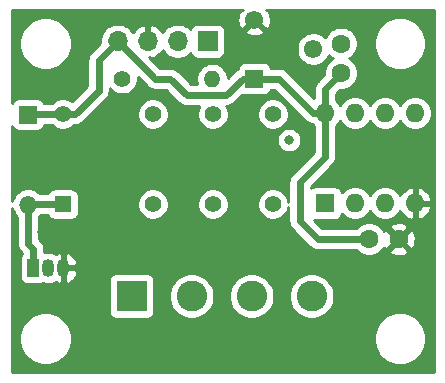
<source format=gbr>
%TF.GenerationSoftware,KiCad,Pcbnew,(5.1.12)-1*%
%TF.CreationDate,2022-02-01T13:32:49+01:00*%
%TF.ProjectId,trainCatcherRelay,74726169-6e43-4617-9463-68657252656c,rev?*%
%TF.SameCoordinates,Original*%
%TF.FileFunction,Copper,L1,Top*%
%TF.FilePolarity,Positive*%
%FSLAX46Y46*%
G04 Gerber Fmt 4.6, Leading zero omitted, Abs format (unit mm)*
G04 Created by KiCad (PCBNEW (5.1.12)-1) date 2022-02-01 13:32:49*
%MOMM*%
%LPD*%
G01*
G04 APERTURE LIST*
%TA.AperFunction,ComponentPad*%
%ADD10C,2.600000*%
%TD*%
%TA.AperFunction,ComponentPad*%
%ADD11R,2.600000X2.600000*%
%TD*%
%TA.AperFunction,ComponentPad*%
%ADD12O,1.600000X1.600000*%
%TD*%
%TA.AperFunction,ComponentPad*%
%ADD13R,1.600000X1.600000*%
%TD*%
%TA.AperFunction,ComponentPad*%
%ADD14C,1.550000*%
%TD*%
%TA.AperFunction,ComponentPad*%
%ADD15R,1.550000X1.550000*%
%TD*%
%TA.AperFunction,ComponentPad*%
%ADD16O,1.400000X1.400000*%
%TD*%
%TA.AperFunction,ComponentPad*%
%ADD17C,1.400000*%
%TD*%
%TA.AperFunction,ComponentPad*%
%ADD18R,1.050000X1.500000*%
%TD*%
%TA.AperFunction,ComponentPad*%
%ADD19O,1.050000X1.500000*%
%TD*%
%TA.AperFunction,ComponentPad*%
%ADD20R,1.400000X1.400000*%
%TD*%
%TA.AperFunction,ComponentPad*%
%ADD21O,1.700000X1.700000*%
%TD*%
%TA.AperFunction,ComponentPad*%
%ADD22R,1.700000X1.700000*%
%TD*%
%TA.AperFunction,ComponentPad*%
%ADD23O,1.500000X1.500000*%
%TD*%
%TA.AperFunction,ComponentPad*%
%ADD24R,1.500000X1.500000*%
%TD*%
%TA.AperFunction,ComponentPad*%
%ADD25C,1.600000*%
%TD*%
%TA.AperFunction,ViaPad*%
%ADD26C,0.800000*%
%TD*%
%TA.AperFunction,Conductor*%
%ADD27C,0.600000*%
%TD*%
%TA.AperFunction,Conductor*%
%ADD28C,0.254000*%
%TD*%
%TA.AperFunction,Conductor*%
%ADD29C,0.100000*%
%TD*%
G04 APERTURE END LIST*
D10*
%TO.P,J2,4*%
%TO.N,Net-(J2-Pad4)*%
X143510000Y39116000D03*
%TO.P,J2,3*%
%TO.N,Net-(J2-Pad3)*%
X138430000Y39116000D03*
%TO.P,J2,2*%
%TO.N,Net-(J2-Pad2)*%
X133350000Y39116000D03*
D11*
%TO.P,J2,1*%
%TO.N,Net-(J2-Pad1)*%
X128270000Y39116000D03*
%TD*%
D12*
%TO.P,U1,8*%
%TO.N,+5V*%
X144653000Y54610000D03*
%TO.P,U1,4*%
%TO.N,GND*%
X152273000Y46990000D03*
%TO.P,U1,7*%
%TO.N,/timeDelay*%
X147193000Y54610000D03*
%TO.P,U1,3*%
%TO.N,Net-(U1-Pad3)*%
X149733000Y46990000D03*
%TO.P,U1,6*%
%TO.N,/set*%
X149733000Y54610000D03*
%TO.P,U1,2*%
%TO.N,/relay*%
X147193000Y46990000D03*
%TO.P,U1,5*%
%TO.N,/reset*%
X152273000Y54610000D03*
D13*
%TO.P,U1,1*%
%TO.N,Net-(U1-Pad1)*%
X144653000Y46990000D03*
%TD*%
D14*
%TO.P,RV1,2*%
%TO.N,/timeDelay*%
X143653000Y60031000D03*
D15*
%TO.P,RV1,1*%
%TO.N,+5V*%
X138653000Y57531000D03*
D14*
%TO.P,RV1,3*%
%TO.N,GND*%
X138653000Y62531000D03*
%TD*%
D16*
%TO.P,R1,2*%
%TO.N,/relay*%
X135097000Y57531000D03*
D17*
%TO.P,R1,1*%
%TO.N,Net-(Q1-Pad2)*%
X127477000Y57531000D03*
%TD*%
D18*
%TO.P,Q1,1*%
%TO.N,Net-(D1-Pad2)*%
X119960000Y41500000D03*
D19*
%TO.P,Q1,3*%
%TO.N,GND*%
X122500000Y41500000D03*
%TO.P,Q1,2*%
%TO.N,Net-(Q1-Pad2)*%
X121230000Y41500000D03*
%TD*%
D17*
%TO.P,K1,13*%
%TO.N,Net-(J2-Pad2)*%
X130080000Y54513000D03*
%TO.P,K1,9*%
%TO.N,Net-(J2-Pad3)*%
X140240000Y54513000D03*
%TO.P,K1,11*%
%TO.N,Net-(J2-Pad4)*%
X135160000Y54513000D03*
%TO.P,K1,4*%
%TO.N,Net-(J2-Pad1)*%
X130080000Y46893000D03*
%TO.P,K1,8*%
%TO.N,Net-(J2-Pad4)*%
X140240000Y46893000D03*
%TO.P,K1,6*%
%TO.N,Net-(J2-Pad3)*%
X135160000Y46893000D03*
%TO.P,K1,16*%
%TO.N,+5V*%
X122460000Y54513000D03*
D20*
%TO.P,K1,1*%
%TO.N,Net-(D1-Pad2)*%
X122460000Y46893000D03*
%TD*%
D21*
%TO.P,J3,4*%
%TO.N,+5V*%
X127096000Y60706000D03*
%TO.P,J3,3*%
%TO.N,GND*%
X129636000Y60706000D03*
%TO.P,J3,2*%
%TO.N,/reset*%
X132176000Y60706000D03*
D22*
%TO.P,J3,1*%
%TO.N,/set*%
X134716000Y60706000D03*
%TD*%
D23*
%TO.P,D1,2*%
%TO.N,Net-(D1-Pad2)*%
X119507000Y46863000D03*
D24*
%TO.P,D1,1*%
%TO.N,+5V*%
X119507000Y54483000D03*
%TD*%
D25*
%TO.P,C2,2*%
%TO.N,/timeDelay*%
X146000000Y60500000D03*
%TO.P,C2,1*%
%TO.N,+5V*%
X146000000Y58000000D03*
%TD*%
%TO.P,C1,2*%
%TO.N,GND*%
X150876000Y43942000D03*
%TO.P,C1,1*%
%TO.N,+5V*%
X148376000Y43942000D03*
%TD*%
D26*
%TO.N,GND*%
X150241000Y50927000D03*
X152019000Y57658000D03*
X146304000Y50038000D03*
X137287000Y48514000D03*
X137795000Y43307000D03*
X140335000Y42164000D03*
X140970000Y36957000D03*
X149606000Y40640000D03*
X135509000Y36449000D03*
X130937000Y41148000D03*
X127381000Y43942000D03*
X129921000Y49022000D03*
X126365000Y53340000D03*
X123063000Y52070000D03*
X119507000Y50165000D03*
X120650000Y44577000D03*
X124206000Y38735000D03*
X124841000Y33401000D03*
X123698000Y57023000D03*
X129540000Y56515000D03*
X132334000Y58801000D03*
X142367000Y58801000D03*
X142113000Y60960000D03*
X124968000Y62230000D03*
X138176000Y53975000D03*
X151892000Y41529000D03*
X145923000Y56007000D03*
X148971000Y62611000D03*
%TO.N,/relay*%
X141605000Y52324000D03*
%TD*%
D27*
%TO.N,Net-(D1-Pad2)*%
X122430000Y46863000D02*
X122460000Y46893000D01*
X122460000Y46893000D02*
X122585000Y46893000D01*
X119537000Y46893000D02*
X119507000Y46863000D01*
X122460000Y46893000D02*
X119537000Y46893000D01*
X119507000Y46863000D02*
X119507000Y43561000D01*
X119960000Y43108000D02*
X119960000Y41500000D01*
X119507000Y43561000D02*
X119960000Y43108000D01*
%TO.N,+5V*%
X138653000Y57531000D02*
X140716000Y57531000D01*
X143637000Y54610000D02*
X144653000Y54610000D01*
X140716000Y57531000D02*
X143637000Y54610000D01*
X144653000Y56653000D02*
X146000000Y58000000D01*
X144653000Y54610000D02*
X144653000Y56653000D01*
X144653000Y54610000D02*
X144653000Y50927000D01*
X144653000Y50927000D02*
X142494000Y48768000D01*
X142494000Y48768000D02*
X142494000Y45466000D01*
X144018000Y43942000D02*
X148376000Y43942000D01*
X142494000Y45466000D02*
X144018000Y43942000D01*
X123474000Y54513000D02*
X125476000Y56515000D01*
X122460000Y54513000D02*
X123474000Y54513000D01*
X119537000Y54513000D02*
X119507000Y54483000D01*
X122460000Y54513000D02*
X119537000Y54513000D01*
X137668000Y57531000D02*
X138653000Y57531000D01*
X136271000Y56134000D02*
X137668000Y57531000D01*
X132938000Y56134000D02*
X136271000Y56134000D01*
X125476000Y59086000D02*
X127096000Y60706000D01*
X125476000Y58674000D02*
X125476000Y59086000D01*
X125476000Y56515000D02*
X125476000Y58674000D01*
X130286500Y57515500D02*
X131556500Y57515500D01*
X127096000Y60706000D02*
X130286500Y57515500D01*
X131556500Y57515500D02*
X132938000Y56134000D01*
%TD*%
D28*
%TO.N,GND*%
X137678149Y63326243D02*
X137436732Y63257690D01*
X137318332Y63006444D01*
X137251222Y62736929D01*
X137237982Y62459498D01*
X137279121Y62184816D01*
X137373057Y61923438D01*
X137436732Y61804310D01*
X137678151Y61735756D01*
X138473395Y62531000D01*
X138459253Y62545143D01*
X138638858Y62724748D01*
X138653000Y62710605D01*
X138667143Y62724748D01*
X138846748Y62545143D01*
X138832605Y62531000D01*
X139627849Y61735756D01*
X139869268Y61804310D01*
X139987668Y62055556D01*
X140054778Y62325071D01*
X140068018Y62602502D01*
X140026879Y62877184D01*
X139932943Y63138562D01*
X139869268Y63257690D01*
X139627851Y63326243D01*
X139641608Y63340000D01*
X153840000Y63340000D01*
X153840001Y32660000D01*
X118160000Y32660000D01*
X118160000Y35720128D01*
X118765000Y35720128D01*
X118765000Y35279872D01*
X118850890Y34848075D01*
X119019369Y34441331D01*
X119263962Y34075271D01*
X119575271Y33763962D01*
X119941331Y33519369D01*
X120348075Y33350890D01*
X120779872Y33265000D01*
X121220128Y33265000D01*
X121651925Y33350890D01*
X122058669Y33519369D01*
X122424729Y33763962D01*
X122736038Y34075271D01*
X122980631Y34441331D01*
X123149110Y34848075D01*
X123235000Y35279872D01*
X123235000Y35720128D01*
X148765000Y35720128D01*
X148765000Y35279872D01*
X148850890Y34848075D01*
X149019369Y34441331D01*
X149263962Y34075271D01*
X149575271Y33763962D01*
X149941331Y33519369D01*
X150348075Y33350890D01*
X150779872Y33265000D01*
X151220128Y33265000D01*
X151651925Y33350890D01*
X152058669Y33519369D01*
X152424729Y33763962D01*
X152736038Y34075271D01*
X152980631Y34441331D01*
X153149110Y34848075D01*
X153235000Y35279872D01*
X153235000Y35720128D01*
X153149110Y36151925D01*
X152980631Y36558669D01*
X152736038Y36924729D01*
X152424729Y37236038D01*
X152058669Y37480631D01*
X151651925Y37649110D01*
X151220128Y37735000D01*
X150779872Y37735000D01*
X150348075Y37649110D01*
X149941331Y37480631D01*
X149575271Y37236038D01*
X149263962Y36924729D01*
X149019369Y36558669D01*
X148850890Y36151925D01*
X148765000Y35720128D01*
X123235000Y35720128D01*
X123149110Y36151925D01*
X122980631Y36558669D01*
X122736038Y36924729D01*
X122424729Y37236038D01*
X122058669Y37480631D01*
X121651925Y37649110D01*
X121220128Y37735000D01*
X120779872Y37735000D01*
X120348075Y37649110D01*
X119941331Y37480631D01*
X119575271Y37236038D01*
X119263962Y36924729D01*
X119019369Y36558669D01*
X118850890Y36151925D01*
X118765000Y35720128D01*
X118160000Y35720128D01*
X118160000Y46535552D01*
X118175225Y46459011D01*
X118279629Y46206957D01*
X118431201Y45980114D01*
X118572000Y45839315D01*
X118572001Y43606942D01*
X118567476Y43561000D01*
X118585529Y43377709D01*
X118624762Y43248377D01*
X118638994Y43201460D01*
X118725815Y43039028D01*
X118842657Y42896656D01*
X118878337Y42867374D01*
X119017161Y42728551D01*
X118983815Y42701185D01*
X118904463Y42604494D01*
X118845498Y42494180D01*
X118809188Y42374482D01*
X118796928Y42250000D01*
X118796928Y40750000D01*
X118809188Y40625518D01*
X118845498Y40505820D01*
X118904463Y40395506D01*
X118983815Y40298815D01*
X119080506Y40219463D01*
X119190820Y40160498D01*
X119310518Y40124188D01*
X119435000Y40111928D01*
X120485000Y40111928D01*
X120609482Y40124188D01*
X120729180Y40160498D01*
X120793902Y40195093D01*
X121002601Y40131785D01*
X121230000Y40109388D01*
X121457400Y40131785D01*
X121676060Y40198115D01*
X121864669Y40298929D01*
X121923118Y40257725D01*
X122132663Y40164728D01*
X122194190Y40156036D01*
X122373000Y40281837D01*
X122373000Y41046892D01*
X122373215Y41047601D01*
X122390000Y41218022D01*
X122390000Y41373000D01*
X122627000Y41373000D01*
X122627000Y40281837D01*
X122805810Y40156036D01*
X122867337Y40164728D01*
X123076882Y40257725D01*
X123264258Y40389816D01*
X123289164Y40416000D01*
X126331928Y40416000D01*
X126331928Y37816000D01*
X126344188Y37691518D01*
X126380498Y37571820D01*
X126439463Y37461506D01*
X126518815Y37364815D01*
X126615506Y37285463D01*
X126725820Y37226498D01*
X126845518Y37190188D01*
X126970000Y37177928D01*
X129570000Y37177928D01*
X129694482Y37190188D01*
X129814180Y37226498D01*
X129924494Y37285463D01*
X130021185Y37364815D01*
X130100537Y37461506D01*
X130159502Y37571820D01*
X130195812Y37691518D01*
X130208072Y37816000D01*
X130208072Y39306581D01*
X131415000Y39306581D01*
X131415000Y38925419D01*
X131489361Y38551581D01*
X131635225Y38199434D01*
X131846987Y37882509D01*
X132116509Y37612987D01*
X132433434Y37401225D01*
X132785581Y37255361D01*
X133159419Y37181000D01*
X133540581Y37181000D01*
X133914419Y37255361D01*
X134266566Y37401225D01*
X134583491Y37612987D01*
X134853013Y37882509D01*
X135064775Y38199434D01*
X135210639Y38551581D01*
X135285000Y38925419D01*
X135285000Y39306581D01*
X136495000Y39306581D01*
X136495000Y38925419D01*
X136569361Y38551581D01*
X136715225Y38199434D01*
X136926987Y37882509D01*
X137196509Y37612987D01*
X137513434Y37401225D01*
X137865581Y37255361D01*
X138239419Y37181000D01*
X138620581Y37181000D01*
X138994419Y37255361D01*
X139346566Y37401225D01*
X139663491Y37612987D01*
X139933013Y37882509D01*
X140144775Y38199434D01*
X140290639Y38551581D01*
X140365000Y38925419D01*
X140365000Y39306581D01*
X141575000Y39306581D01*
X141575000Y38925419D01*
X141649361Y38551581D01*
X141795225Y38199434D01*
X142006987Y37882509D01*
X142276509Y37612987D01*
X142593434Y37401225D01*
X142945581Y37255361D01*
X143319419Y37181000D01*
X143700581Y37181000D01*
X144074419Y37255361D01*
X144426566Y37401225D01*
X144743491Y37612987D01*
X145013013Y37882509D01*
X145224775Y38199434D01*
X145370639Y38551581D01*
X145445000Y38925419D01*
X145445000Y39306581D01*
X145370639Y39680419D01*
X145224775Y40032566D01*
X145013013Y40349491D01*
X144743491Y40619013D01*
X144426566Y40830775D01*
X144074419Y40976639D01*
X143700581Y41051000D01*
X143319419Y41051000D01*
X142945581Y40976639D01*
X142593434Y40830775D01*
X142276509Y40619013D01*
X142006987Y40349491D01*
X141795225Y40032566D01*
X141649361Y39680419D01*
X141575000Y39306581D01*
X140365000Y39306581D01*
X140290639Y39680419D01*
X140144775Y40032566D01*
X139933013Y40349491D01*
X139663491Y40619013D01*
X139346566Y40830775D01*
X138994419Y40976639D01*
X138620581Y41051000D01*
X138239419Y41051000D01*
X137865581Y40976639D01*
X137513434Y40830775D01*
X137196509Y40619013D01*
X136926987Y40349491D01*
X136715225Y40032566D01*
X136569361Y39680419D01*
X136495000Y39306581D01*
X135285000Y39306581D01*
X135210639Y39680419D01*
X135064775Y40032566D01*
X134853013Y40349491D01*
X134583491Y40619013D01*
X134266566Y40830775D01*
X133914419Y40976639D01*
X133540581Y41051000D01*
X133159419Y41051000D01*
X132785581Y40976639D01*
X132433434Y40830775D01*
X132116509Y40619013D01*
X131846987Y40349491D01*
X131635225Y40032566D01*
X131489361Y39680419D01*
X131415000Y39306581D01*
X130208072Y39306581D01*
X130208072Y40416000D01*
X130195812Y40540482D01*
X130159502Y40660180D01*
X130100537Y40770494D01*
X130021185Y40867185D01*
X129924494Y40946537D01*
X129814180Y41005502D01*
X129694482Y41041812D01*
X129570000Y41054072D01*
X126970000Y41054072D01*
X126845518Y41041812D01*
X126725820Y41005502D01*
X126615506Y40946537D01*
X126518815Y40867185D01*
X126439463Y40770494D01*
X126380498Y40660180D01*
X126344188Y40540482D01*
X126331928Y40416000D01*
X123289164Y40416000D01*
X123422264Y40555924D01*
X123544828Y40749666D01*
X123627239Y40963596D01*
X123666331Y41189493D01*
X123506598Y41373000D01*
X122627000Y41373000D01*
X122390000Y41373000D01*
X122390000Y41781979D01*
X122373215Y41952400D01*
X122373000Y41953109D01*
X122373000Y42718163D01*
X122627000Y42718163D01*
X122627000Y41627000D01*
X123506598Y41627000D01*
X123666331Y41810507D01*
X123627239Y42036404D01*
X123544828Y42250334D01*
X123422264Y42444076D01*
X123264258Y42610184D01*
X123076882Y42742275D01*
X122867337Y42835272D01*
X122805810Y42843964D01*
X122627000Y42718163D01*
X122373000Y42718163D01*
X122194190Y42843964D01*
X122132663Y42835272D01*
X121923118Y42742275D01*
X121864669Y42701071D01*
X121676059Y42801885D01*
X121457399Y42868215D01*
X121230000Y42890612D01*
X121002600Y42868215D01*
X120895000Y42835575D01*
X120895000Y43062065D01*
X120899524Y43108000D01*
X120881472Y43291292D01*
X120849959Y43395172D01*
X120828007Y43467540D01*
X120741186Y43629972D01*
X120624344Y43772344D01*
X120588655Y43801633D01*
X120442000Y43948288D01*
X120442000Y45839315D01*
X120560685Y45958000D01*
X121167713Y45958000D01*
X121170498Y45948820D01*
X121229463Y45838506D01*
X121308815Y45741815D01*
X121405506Y45662463D01*
X121515820Y45603498D01*
X121635518Y45567188D01*
X121760000Y45554928D01*
X123160000Y45554928D01*
X123284482Y45567188D01*
X123404180Y45603498D01*
X123514494Y45662463D01*
X123611185Y45741815D01*
X123690537Y45838506D01*
X123749502Y45948820D01*
X123785812Y46068518D01*
X123798072Y46193000D01*
X123798072Y47024486D01*
X128745000Y47024486D01*
X128745000Y46761514D01*
X128796304Y46503595D01*
X128896939Y46260641D01*
X129043038Y46041987D01*
X129228987Y45856038D01*
X129447641Y45709939D01*
X129690595Y45609304D01*
X129948514Y45558000D01*
X130211486Y45558000D01*
X130469405Y45609304D01*
X130712359Y45709939D01*
X130931013Y45856038D01*
X131116962Y46041987D01*
X131263061Y46260641D01*
X131363696Y46503595D01*
X131415000Y46761514D01*
X131415000Y47024486D01*
X133825000Y47024486D01*
X133825000Y46761514D01*
X133876304Y46503595D01*
X133976939Y46260641D01*
X134123038Y46041987D01*
X134308987Y45856038D01*
X134527641Y45709939D01*
X134770595Y45609304D01*
X135028514Y45558000D01*
X135291486Y45558000D01*
X135549405Y45609304D01*
X135792359Y45709939D01*
X136011013Y45856038D01*
X136196962Y46041987D01*
X136343061Y46260641D01*
X136443696Y46503595D01*
X136495000Y46761514D01*
X136495000Y47024486D01*
X136443696Y47282405D01*
X136343061Y47525359D01*
X136196962Y47744013D01*
X136011013Y47929962D01*
X135792359Y48076061D01*
X135549405Y48176696D01*
X135291486Y48228000D01*
X135028514Y48228000D01*
X134770595Y48176696D01*
X134527641Y48076061D01*
X134308987Y47929962D01*
X134123038Y47744013D01*
X133976939Y47525359D01*
X133876304Y47282405D01*
X133825000Y47024486D01*
X131415000Y47024486D01*
X131363696Y47282405D01*
X131263061Y47525359D01*
X131116962Y47744013D01*
X130931013Y47929962D01*
X130712359Y48076061D01*
X130469405Y48176696D01*
X130211486Y48228000D01*
X129948514Y48228000D01*
X129690595Y48176696D01*
X129447641Y48076061D01*
X129228987Y47929962D01*
X129043038Y47744013D01*
X128896939Y47525359D01*
X128796304Y47282405D01*
X128745000Y47024486D01*
X123798072Y47024486D01*
X123798072Y47593000D01*
X123785812Y47717482D01*
X123749502Y47837180D01*
X123690537Y47947494D01*
X123611185Y48044185D01*
X123514494Y48123537D01*
X123404180Y48182502D01*
X123284482Y48218812D01*
X123160000Y48231072D01*
X121760000Y48231072D01*
X121635518Y48218812D01*
X121515820Y48182502D01*
X121405506Y48123537D01*
X121308815Y48044185D01*
X121229463Y47947494D01*
X121170498Y47837180D01*
X121167713Y47828000D01*
X120500685Y47828000D01*
X120389886Y47938799D01*
X120163043Y48090371D01*
X119910989Y48194775D01*
X119643411Y48248000D01*
X119370589Y48248000D01*
X119103011Y48194775D01*
X118850957Y48090371D01*
X118624114Y47938799D01*
X118431201Y47745886D01*
X118279629Y47519043D01*
X118175225Y47266989D01*
X118160000Y47190448D01*
X118160000Y52425939D01*
X140570000Y52425939D01*
X140570000Y52222061D01*
X140609774Y52022102D01*
X140687795Y51833744D01*
X140801063Y51664226D01*
X140945226Y51520063D01*
X141114744Y51406795D01*
X141303102Y51328774D01*
X141503061Y51289000D01*
X141706939Y51289000D01*
X141906898Y51328774D01*
X142095256Y51406795D01*
X142264774Y51520063D01*
X142408937Y51664226D01*
X142522205Y51833744D01*
X142600226Y52022102D01*
X142640000Y52222061D01*
X142640000Y52425939D01*
X142600226Y52625898D01*
X142522205Y52814256D01*
X142408937Y52983774D01*
X142264774Y53127937D01*
X142095256Y53241205D01*
X141906898Y53319226D01*
X141706939Y53359000D01*
X141503061Y53359000D01*
X141303102Y53319226D01*
X141114744Y53241205D01*
X140945226Y53127937D01*
X140801063Y52983774D01*
X140687795Y52814256D01*
X140609774Y52625898D01*
X140570000Y52425939D01*
X118160000Y52425939D01*
X118160000Y53513538D01*
X118167498Y53488820D01*
X118226463Y53378506D01*
X118305815Y53281815D01*
X118402506Y53202463D01*
X118512820Y53143498D01*
X118632518Y53107188D01*
X118757000Y53094928D01*
X120257000Y53094928D01*
X120381482Y53107188D01*
X120501180Y53143498D01*
X120611494Y53202463D01*
X120708185Y53281815D01*
X120787537Y53378506D01*
X120846502Y53488820D01*
X120873554Y53578000D01*
X121507025Y53578000D01*
X121608987Y53476038D01*
X121827641Y53329939D01*
X122070595Y53229304D01*
X122328514Y53178000D01*
X122591486Y53178000D01*
X122849405Y53229304D01*
X123092359Y53329939D01*
X123311013Y53476038D01*
X123412975Y53578000D01*
X123428068Y53578000D01*
X123474000Y53573476D01*
X123519932Y53578000D01*
X123657292Y53591529D01*
X123833540Y53644993D01*
X123995972Y53731814D01*
X124138344Y53848656D01*
X124167630Y53884341D01*
X124927775Y54644486D01*
X128745000Y54644486D01*
X128745000Y54381514D01*
X128796304Y54123595D01*
X128896939Y53880641D01*
X129043038Y53661987D01*
X129228987Y53476038D01*
X129447641Y53329939D01*
X129690595Y53229304D01*
X129948514Y53178000D01*
X130211486Y53178000D01*
X130469405Y53229304D01*
X130712359Y53329939D01*
X130931013Y53476038D01*
X131116962Y53661987D01*
X131263061Y53880641D01*
X131363696Y54123595D01*
X131415000Y54381514D01*
X131415000Y54644486D01*
X131363696Y54902405D01*
X131263061Y55145359D01*
X131116962Y55364013D01*
X130931013Y55549962D01*
X130712359Y55696061D01*
X130469405Y55796696D01*
X130211486Y55848000D01*
X129948514Y55848000D01*
X129690595Y55796696D01*
X129447641Y55696061D01*
X129228987Y55549962D01*
X129043038Y55364013D01*
X128896939Y55145359D01*
X128796304Y54902405D01*
X128745000Y54644486D01*
X124927775Y54644486D01*
X126104660Y55821371D01*
X126140344Y55850656D01*
X126257186Y55993028D01*
X126330499Y56130188D01*
X126344007Y56155459D01*
X126397472Y56331708D01*
X126415524Y56515000D01*
X126411000Y56560935D01*
X126411000Y56723446D01*
X126440038Y56679987D01*
X126625987Y56494038D01*
X126844641Y56347939D01*
X127087595Y56247304D01*
X127345514Y56196000D01*
X127608486Y56196000D01*
X127866405Y56247304D01*
X128109359Y56347939D01*
X128328013Y56494038D01*
X128513962Y56679987D01*
X128660061Y56898641D01*
X128760696Y57141595D01*
X128812000Y57399514D01*
X128812000Y57662486D01*
X128810703Y57669007D01*
X129592874Y56886836D01*
X129622156Y56851156D01*
X129764528Y56734314D01*
X129926960Y56647493D01*
X130049743Y56610247D01*
X130103207Y56594029D01*
X130286499Y56575976D01*
X130332431Y56580500D01*
X131169211Y56580500D01*
X132244374Y55505336D01*
X132273656Y55469656D01*
X132416028Y55352814D01*
X132578460Y55265993D01*
X132687224Y55233000D01*
X132754707Y55212529D01*
X132937999Y55194476D01*
X132983931Y55199000D01*
X134012781Y55199000D01*
X133976939Y55145359D01*
X133876304Y54902405D01*
X133825000Y54644486D01*
X133825000Y54381514D01*
X133876304Y54123595D01*
X133976939Y53880641D01*
X134123038Y53661987D01*
X134308987Y53476038D01*
X134527641Y53329939D01*
X134770595Y53229304D01*
X135028514Y53178000D01*
X135291486Y53178000D01*
X135549405Y53229304D01*
X135792359Y53329939D01*
X136011013Y53476038D01*
X136196962Y53661987D01*
X136343061Y53880641D01*
X136443696Y54123595D01*
X136495000Y54381514D01*
X136495000Y54644486D01*
X138905000Y54644486D01*
X138905000Y54381514D01*
X138956304Y54123595D01*
X139056939Y53880641D01*
X139203038Y53661987D01*
X139388987Y53476038D01*
X139607641Y53329939D01*
X139850595Y53229304D01*
X140108514Y53178000D01*
X140371486Y53178000D01*
X140629405Y53229304D01*
X140872359Y53329939D01*
X141091013Y53476038D01*
X141276962Y53661987D01*
X141423061Y53880641D01*
X141523696Y54123595D01*
X141575000Y54381514D01*
X141575000Y54644486D01*
X141523696Y54902405D01*
X141423061Y55145359D01*
X141276962Y55364013D01*
X141091013Y55549962D01*
X140872359Y55696061D01*
X140629405Y55796696D01*
X140371486Y55848000D01*
X140108514Y55848000D01*
X139850595Y55796696D01*
X139607641Y55696061D01*
X139388987Y55549962D01*
X139203038Y55364013D01*
X139056939Y55145359D01*
X138956304Y54902405D01*
X138905000Y54644486D01*
X136495000Y54644486D01*
X136443696Y54902405D01*
X136343061Y55145359D01*
X136307819Y55198102D01*
X136316932Y55199000D01*
X136454292Y55212529D01*
X136630540Y55265993D01*
X136792972Y55352814D01*
X136935344Y55469656D01*
X136964630Y55505341D01*
X137628585Y56169296D01*
X137633820Y56166498D01*
X137753518Y56130188D01*
X137878000Y56117928D01*
X139428000Y56117928D01*
X139552482Y56130188D01*
X139672180Y56166498D01*
X139782494Y56225463D01*
X139879185Y56304815D01*
X139958537Y56401506D01*
X140017502Y56511820D01*
X140043038Y56596000D01*
X140328711Y56596000D01*
X142943370Y53981341D01*
X142972656Y53945656D01*
X143115028Y53828814D01*
X143277460Y53741993D01*
X143453708Y53688529D01*
X143555057Y53678547D01*
X143718000Y53515604D01*
X143718001Y51314291D01*
X141865341Y49461630D01*
X141829656Y49432344D01*
X141712814Y49289971D01*
X141625993Y49127539D01*
X141572529Y48951292D01*
X141572529Y48951291D01*
X141554476Y48768000D01*
X141559000Y48722068D01*
X141559001Y47104920D01*
X141523696Y47282405D01*
X141423061Y47525359D01*
X141276962Y47744013D01*
X141091013Y47929962D01*
X140872359Y48076061D01*
X140629405Y48176696D01*
X140371486Y48228000D01*
X140108514Y48228000D01*
X139850595Y48176696D01*
X139607641Y48076061D01*
X139388987Y47929962D01*
X139203038Y47744013D01*
X139056939Y47525359D01*
X138956304Y47282405D01*
X138905000Y47024486D01*
X138905000Y46761514D01*
X138956304Y46503595D01*
X139056939Y46260641D01*
X139203038Y46041987D01*
X139388987Y45856038D01*
X139607641Y45709939D01*
X139850595Y45609304D01*
X140108514Y45558000D01*
X140371486Y45558000D01*
X140629405Y45609304D01*
X140872359Y45709939D01*
X141091013Y45856038D01*
X141276962Y46041987D01*
X141423061Y46260641D01*
X141523696Y46503595D01*
X141559001Y46681081D01*
X141559001Y45511942D01*
X141554476Y45466000D01*
X141572529Y45282709D01*
X141593469Y45213680D01*
X141625994Y45106460D01*
X141712815Y44944028D01*
X141829657Y44801656D01*
X141865336Y44772375D01*
X143324374Y43313336D01*
X143353656Y43277656D01*
X143496028Y43160814D01*
X143658460Y43073993D01*
X143773725Y43039028D01*
X143834707Y43020529D01*
X143853110Y43018717D01*
X143972068Y43007000D01*
X143972074Y43007000D01*
X144017999Y43002477D01*
X144063924Y43007000D01*
X147281604Y43007000D01*
X147461241Y42827363D01*
X147696273Y42670320D01*
X147957426Y42562147D01*
X148234665Y42507000D01*
X148517335Y42507000D01*
X148794574Y42562147D01*
X149055727Y42670320D01*
X149290759Y42827363D01*
X149412694Y42949298D01*
X150062903Y42949298D01*
X150134486Y42705329D01*
X150389996Y42584429D01*
X150664184Y42515700D01*
X150946512Y42501783D01*
X151226130Y42543213D01*
X151492292Y42638397D01*
X151617514Y42705329D01*
X151689097Y42949298D01*
X150876000Y43762395D01*
X150062903Y42949298D01*
X149412694Y42949298D01*
X149490637Y43027241D01*
X149624692Y43227869D01*
X149639329Y43200486D01*
X149883298Y43128903D01*
X150696395Y43942000D01*
X151055605Y43942000D01*
X151868702Y43128903D01*
X152112671Y43200486D01*
X152233571Y43455996D01*
X152302300Y43730184D01*
X152316217Y44012512D01*
X152274787Y44292130D01*
X152179603Y44558292D01*
X152112671Y44683514D01*
X151868702Y44755097D01*
X151055605Y43942000D01*
X150696395Y43942000D01*
X149883298Y44755097D01*
X149639329Y44683514D01*
X149625676Y44654659D01*
X149490637Y44856759D01*
X149412694Y44934702D01*
X150062903Y44934702D01*
X150876000Y44121605D01*
X151689097Y44934702D01*
X151617514Y45178671D01*
X151362004Y45299571D01*
X151087816Y45368300D01*
X150805488Y45382217D01*
X150525870Y45340787D01*
X150259708Y45245603D01*
X150134486Y45178671D01*
X150062903Y44934702D01*
X149412694Y44934702D01*
X149290759Y45056637D01*
X149055727Y45213680D01*
X148794574Y45321853D01*
X148517335Y45377000D01*
X148234665Y45377000D01*
X147957426Y45321853D01*
X147696273Y45213680D01*
X147461241Y45056637D01*
X147281604Y44877000D01*
X144405290Y44877000D01*
X143713566Y45568724D01*
X143728518Y45564188D01*
X143853000Y45551928D01*
X145453000Y45551928D01*
X145577482Y45564188D01*
X145697180Y45600498D01*
X145807494Y45659463D01*
X145904185Y45738815D01*
X145983537Y45835506D01*
X146042502Y45945820D01*
X146078812Y46065518D01*
X146079643Y46073961D01*
X146278241Y45875363D01*
X146513273Y45718320D01*
X146774426Y45610147D01*
X147051665Y45555000D01*
X147334335Y45555000D01*
X147611574Y45610147D01*
X147872727Y45718320D01*
X148107759Y45875363D01*
X148307637Y46075241D01*
X148463000Y46307759D01*
X148618363Y46075241D01*
X148818241Y45875363D01*
X149053273Y45718320D01*
X149314426Y45610147D01*
X149591665Y45555000D01*
X149874335Y45555000D01*
X150151574Y45610147D01*
X150412727Y45718320D01*
X150647759Y45875363D01*
X150847637Y46075241D01*
X151004680Y46310273D01*
X151009067Y46320865D01*
X151120615Y46134869D01*
X151309586Y45926481D01*
X151535580Y45758963D01*
X151789913Y45638754D01*
X151923961Y45598096D01*
X152146000Y45720085D01*
X152146000Y46863000D01*
X152400000Y46863000D01*
X152400000Y45720085D01*
X152622039Y45598096D01*
X152756087Y45638754D01*
X153010420Y45758963D01*
X153236414Y45926481D01*
X153425385Y46134869D01*
X153570070Y46376119D01*
X153664909Y46640960D01*
X153543624Y46863000D01*
X152400000Y46863000D01*
X152146000Y46863000D01*
X152126000Y46863000D01*
X152126000Y47117000D01*
X152146000Y47117000D01*
X152146000Y48259915D01*
X152400000Y48259915D01*
X152400000Y47117000D01*
X153543624Y47117000D01*
X153664909Y47339040D01*
X153570070Y47603881D01*
X153425385Y47845131D01*
X153236414Y48053519D01*
X153010420Y48221037D01*
X152756087Y48341246D01*
X152622039Y48381904D01*
X152400000Y48259915D01*
X152146000Y48259915D01*
X151923961Y48381904D01*
X151789913Y48341246D01*
X151535580Y48221037D01*
X151309586Y48053519D01*
X151120615Y47845131D01*
X151009067Y47659135D01*
X151004680Y47669727D01*
X150847637Y47904759D01*
X150647759Y48104637D01*
X150412727Y48261680D01*
X150151574Y48369853D01*
X149874335Y48425000D01*
X149591665Y48425000D01*
X149314426Y48369853D01*
X149053273Y48261680D01*
X148818241Y48104637D01*
X148618363Y47904759D01*
X148463000Y47672241D01*
X148307637Y47904759D01*
X148107759Y48104637D01*
X147872727Y48261680D01*
X147611574Y48369853D01*
X147334335Y48425000D01*
X147051665Y48425000D01*
X146774426Y48369853D01*
X146513273Y48261680D01*
X146278241Y48104637D01*
X146079643Y47906039D01*
X146078812Y47914482D01*
X146042502Y48034180D01*
X145983537Y48144494D01*
X145904185Y48241185D01*
X145807494Y48320537D01*
X145697180Y48379502D01*
X145577482Y48415812D01*
X145453000Y48428072D01*
X143853000Y48428072D01*
X143728518Y48415812D01*
X143608820Y48379502D01*
X143498506Y48320537D01*
X143429000Y48263495D01*
X143429000Y48380711D01*
X145281664Y50233374D01*
X145317344Y50262656D01*
X145434186Y50405028D01*
X145521007Y50567460D01*
X145574471Y50743708D01*
X145588000Y50881068D01*
X145592524Y50926999D01*
X145588000Y50972931D01*
X145588000Y53515604D01*
X145767637Y53695241D01*
X145923000Y53927759D01*
X146078363Y53695241D01*
X146278241Y53495363D01*
X146513273Y53338320D01*
X146774426Y53230147D01*
X147051665Y53175000D01*
X147334335Y53175000D01*
X147611574Y53230147D01*
X147872727Y53338320D01*
X148107759Y53495363D01*
X148307637Y53695241D01*
X148463000Y53927759D01*
X148618363Y53695241D01*
X148818241Y53495363D01*
X149053273Y53338320D01*
X149314426Y53230147D01*
X149591665Y53175000D01*
X149874335Y53175000D01*
X150151574Y53230147D01*
X150412727Y53338320D01*
X150647759Y53495363D01*
X150847637Y53695241D01*
X151003000Y53927759D01*
X151158363Y53695241D01*
X151358241Y53495363D01*
X151593273Y53338320D01*
X151854426Y53230147D01*
X152131665Y53175000D01*
X152414335Y53175000D01*
X152691574Y53230147D01*
X152952727Y53338320D01*
X153187759Y53495363D01*
X153387637Y53695241D01*
X153544680Y53930273D01*
X153652853Y54191426D01*
X153708000Y54468665D01*
X153708000Y54751335D01*
X153652853Y55028574D01*
X153544680Y55289727D01*
X153387637Y55524759D01*
X153187759Y55724637D01*
X152952727Y55881680D01*
X152691574Y55989853D01*
X152414335Y56045000D01*
X152131665Y56045000D01*
X151854426Y55989853D01*
X151593273Y55881680D01*
X151358241Y55724637D01*
X151158363Y55524759D01*
X151003000Y55292241D01*
X150847637Y55524759D01*
X150647759Y55724637D01*
X150412727Y55881680D01*
X150151574Y55989853D01*
X149874335Y56045000D01*
X149591665Y56045000D01*
X149314426Y55989853D01*
X149053273Y55881680D01*
X148818241Y55724637D01*
X148618363Y55524759D01*
X148463000Y55292241D01*
X148307637Y55524759D01*
X148107759Y55724637D01*
X147872727Y55881680D01*
X147611574Y55989853D01*
X147334335Y56045000D01*
X147051665Y56045000D01*
X146774426Y55989853D01*
X146513273Y55881680D01*
X146278241Y55724637D01*
X146078363Y55524759D01*
X145923000Y55292241D01*
X145767637Y55524759D01*
X145588000Y55704396D01*
X145588000Y56265711D01*
X145887289Y56565000D01*
X146141335Y56565000D01*
X146418574Y56620147D01*
X146679727Y56728320D01*
X146914759Y56885363D01*
X147114637Y57085241D01*
X147271680Y57320273D01*
X147379853Y57581426D01*
X147435000Y57858665D01*
X147435000Y58141335D01*
X147379853Y58418574D01*
X147271680Y58679727D01*
X147114637Y58914759D01*
X146914759Y59114637D01*
X146712173Y59250000D01*
X146914759Y59385363D01*
X147114637Y59585241D01*
X147271680Y59820273D01*
X147379853Y60081426D01*
X147435000Y60358665D01*
X147435000Y60641335D01*
X147419327Y60720128D01*
X148765000Y60720128D01*
X148765000Y60279872D01*
X148850890Y59848075D01*
X149019369Y59441331D01*
X149263962Y59075271D01*
X149575271Y58763962D01*
X149941331Y58519369D01*
X150348075Y58350890D01*
X150779872Y58265000D01*
X151220128Y58265000D01*
X151651925Y58350890D01*
X152058669Y58519369D01*
X152424729Y58763962D01*
X152736038Y59075271D01*
X152980631Y59441331D01*
X153149110Y59848075D01*
X153235000Y60279872D01*
X153235000Y60720128D01*
X153149110Y61151925D01*
X152980631Y61558669D01*
X152736038Y61924729D01*
X152424729Y62236038D01*
X152058669Y62480631D01*
X151651925Y62649110D01*
X151220128Y62735000D01*
X150779872Y62735000D01*
X150348075Y62649110D01*
X149941331Y62480631D01*
X149575271Y62236038D01*
X149263962Y61924729D01*
X149019369Y61558669D01*
X148850890Y61151925D01*
X148765000Y60720128D01*
X147419327Y60720128D01*
X147379853Y60918574D01*
X147271680Y61179727D01*
X147114637Y61414759D01*
X146914759Y61614637D01*
X146679727Y61771680D01*
X146418574Y61879853D01*
X146141335Y61935000D01*
X145858665Y61935000D01*
X145581426Y61879853D01*
X145320273Y61771680D01*
X145085241Y61614637D01*
X144885363Y61414759D01*
X144728320Y61179727D01*
X144660953Y61017087D01*
X144551822Y61126218D01*
X144320885Y61280525D01*
X144064282Y61386814D01*
X143791873Y61441000D01*
X143514127Y61441000D01*
X143241718Y61386814D01*
X142985115Y61280525D01*
X142754178Y61126218D01*
X142557782Y60929822D01*
X142403475Y60698885D01*
X142297186Y60442282D01*
X142243000Y60169873D01*
X142243000Y59892127D01*
X142297186Y59619718D01*
X142403475Y59363115D01*
X142557782Y59132178D01*
X142754178Y58935782D01*
X142985115Y58781475D01*
X143241718Y58675186D01*
X143514127Y58621000D01*
X143791873Y58621000D01*
X144064282Y58675186D01*
X144320885Y58781475D01*
X144551822Y58935782D01*
X144748218Y59132178D01*
X144902525Y59363115D01*
X144962558Y59508046D01*
X145085241Y59385363D01*
X145287827Y59250000D01*
X145085241Y59114637D01*
X144885363Y58914759D01*
X144728320Y58679727D01*
X144620147Y58418574D01*
X144565000Y58141335D01*
X144565000Y57887289D01*
X144024336Y57346625D01*
X143988657Y57317344D01*
X143871815Y57174972D01*
X143861653Y57155960D01*
X143784994Y57012540D01*
X143731529Y56836291D01*
X143713476Y56653000D01*
X143718001Y56607058D01*
X143718001Y55851288D01*
X141409630Y58159659D01*
X141380344Y58195344D01*
X141237972Y58312186D01*
X141075540Y58399007D01*
X140899292Y58452471D01*
X140761932Y58466000D01*
X140716000Y58470524D01*
X140670068Y58466000D01*
X140043038Y58466000D01*
X140017502Y58550180D01*
X139958537Y58660494D01*
X139879185Y58757185D01*
X139782494Y58836537D01*
X139672180Y58895502D01*
X139552482Y58931812D01*
X139428000Y58944072D01*
X137878000Y58944072D01*
X137753518Y58931812D01*
X137633820Y58895502D01*
X137523506Y58836537D01*
X137426815Y58757185D01*
X137347463Y58660494D01*
X137288498Y58550180D01*
X137252188Y58430482D01*
X137245789Y58365509D01*
X137146028Y58312186D01*
X137003656Y58195344D01*
X136974374Y58159664D01*
X136432000Y57617290D01*
X136432000Y57662486D01*
X136380696Y57920405D01*
X136280061Y58163359D01*
X136133962Y58382013D01*
X135948013Y58567962D01*
X135729359Y58714061D01*
X135486405Y58814696D01*
X135228486Y58866000D01*
X134965514Y58866000D01*
X134707595Y58814696D01*
X134464641Y58714061D01*
X134245987Y58567962D01*
X134060038Y58382013D01*
X133913939Y58163359D01*
X133813304Y57920405D01*
X133762000Y57662486D01*
X133762000Y57399514D01*
X133813304Y57141595D01*
X133843374Y57069000D01*
X133325290Y57069000D01*
X132250130Y58144159D01*
X132220844Y58179844D01*
X132078472Y58296686D01*
X131916040Y58383507D01*
X131739792Y58436971D01*
X131602432Y58450500D01*
X131556500Y58455024D01*
X131510568Y58450500D01*
X130673790Y58450500D01*
X129763002Y59361288D01*
X129763002Y59385844D01*
X129992890Y59264524D01*
X130140099Y59309175D01*
X130402920Y59434359D01*
X130636269Y59608412D01*
X130831178Y59824645D01*
X130900805Y59941534D01*
X131022525Y59759368D01*
X131229368Y59552525D01*
X131472589Y59390010D01*
X131742842Y59278068D01*
X132029740Y59221000D01*
X132322260Y59221000D01*
X132609158Y59278068D01*
X132879411Y59390010D01*
X133122632Y59552525D01*
X133254487Y59684380D01*
X133276498Y59611820D01*
X133335463Y59501506D01*
X133414815Y59404815D01*
X133511506Y59325463D01*
X133621820Y59266498D01*
X133741518Y59230188D01*
X133866000Y59217928D01*
X135566000Y59217928D01*
X135690482Y59230188D01*
X135810180Y59266498D01*
X135920494Y59325463D01*
X136017185Y59404815D01*
X136096537Y59501506D01*
X136155502Y59611820D01*
X136191812Y59731518D01*
X136204072Y59856000D01*
X136204072Y61556000D01*
X136204058Y61556151D01*
X137857756Y61556151D01*
X137926310Y61314732D01*
X138177556Y61196332D01*
X138447071Y61129222D01*
X138724502Y61115982D01*
X138999184Y61157121D01*
X139260562Y61251057D01*
X139379690Y61314732D01*
X139448244Y61556151D01*
X138653000Y62351395D01*
X137857756Y61556151D01*
X136204058Y61556151D01*
X136191812Y61680482D01*
X136155502Y61800180D01*
X136096537Y61910494D01*
X136017185Y62007185D01*
X135920494Y62086537D01*
X135810180Y62145502D01*
X135690482Y62181812D01*
X135566000Y62194072D01*
X133866000Y62194072D01*
X133741518Y62181812D01*
X133621820Y62145502D01*
X133511506Y62086537D01*
X133414815Y62007185D01*
X133335463Y61910494D01*
X133276498Y61800180D01*
X133254487Y61727620D01*
X133122632Y61859475D01*
X132879411Y62021990D01*
X132609158Y62133932D01*
X132322260Y62191000D01*
X132029740Y62191000D01*
X131742842Y62133932D01*
X131472589Y62021990D01*
X131229368Y61859475D01*
X131022525Y61652632D01*
X130900805Y61470466D01*
X130831178Y61587355D01*
X130636269Y61803588D01*
X130402920Y61977641D01*
X130140099Y62102825D01*
X129992890Y62147476D01*
X129763000Y62026155D01*
X129763000Y60833000D01*
X129783000Y60833000D01*
X129783000Y60579000D01*
X129763000Y60579000D01*
X129763000Y60559000D01*
X129509000Y60559000D01*
X129509000Y60579000D01*
X129489000Y60579000D01*
X129489000Y60833000D01*
X129509000Y60833000D01*
X129509000Y62026155D01*
X129279110Y62147476D01*
X129131901Y62102825D01*
X128869080Y61977641D01*
X128635731Y61803588D01*
X128440822Y61587355D01*
X128371195Y61470466D01*
X128249475Y61652632D01*
X128042632Y61859475D01*
X127799411Y62021990D01*
X127529158Y62133932D01*
X127242260Y62191000D01*
X126949740Y62191000D01*
X126662842Y62133932D01*
X126392589Y62021990D01*
X126149368Y61859475D01*
X125942525Y61652632D01*
X125780010Y61409411D01*
X125668068Y61139158D01*
X125611000Y60852260D01*
X125611000Y60559740D01*
X125613729Y60546018D01*
X124847336Y59779625D01*
X124811657Y59750344D01*
X124694814Y59607972D01*
X124607993Y59445540D01*
X124554529Y59269292D01*
X124541024Y59132178D01*
X124536476Y59086000D01*
X124541000Y59040068D01*
X124541000Y58628069D01*
X124541001Y58628059D01*
X124541000Y56902289D01*
X123237675Y55598964D01*
X123092359Y55696061D01*
X122849405Y55796696D01*
X122591486Y55848000D01*
X122328514Y55848000D01*
X122070595Y55796696D01*
X121827641Y55696061D01*
X121608987Y55549962D01*
X121507025Y55448000D01*
X120855354Y55448000D01*
X120846502Y55477180D01*
X120787537Y55587494D01*
X120708185Y55684185D01*
X120611494Y55763537D01*
X120501180Y55822502D01*
X120381482Y55858812D01*
X120257000Y55871072D01*
X118757000Y55871072D01*
X118632518Y55858812D01*
X118512820Y55822502D01*
X118402506Y55763537D01*
X118305815Y55684185D01*
X118226463Y55587494D01*
X118167498Y55477180D01*
X118160000Y55452462D01*
X118160000Y60720128D01*
X118765000Y60720128D01*
X118765000Y60279872D01*
X118850890Y59848075D01*
X119019369Y59441331D01*
X119263962Y59075271D01*
X119575271Y58763962D01*
X119941331Y58519369D01*
X120348075Y58350890D01*
X120779872Y58265000D01*
X121220128Y58265000D01*
X121651925Y58350890D01*
X122058669Y58519369D01*
X122424729Y58763962D01*
X122736038Y59075271D01*
X122980631Y59441331D01*
X123149110Y59848075D01*
X123235000Y60279872D01*
X123235000Y60720128D01*
X123149110Y61151925D01*
X122980631Y61558669D01*
X122736038Y61924729D01*
X122424729Y62236038D01*
X122058669Y62480631D01*
X121651925Y62649110D01*
X121220128Y62735000D01*
X120779872Y62735000D01*
X120348075Y62649110D01*
X119941331Y62480631D01*
X119575271Y62236038D01*
X119263962Y61924729D01*
X119019369Y61558669D01*
X118850890Y61151925D01*
X118765000Y60720128D01*
X118160000Y60720128D01*
X118160000Y63340000D01*
X137664392Y63340000D01*
X137678149Y63326243D01*
%TA.AperFunction,Conductor*%
D29*
G36*
X137678149Y63326243D02*
G01*
X137436732Y63257690D01*
X137318332Y63006444D01*
X137251222Y62736929D01*
X137237982Y62459498D01*
X137279121Y62184816D01*
X137373057Y61923438D01*
X137436732Y61804310D01*
X137678151Y61735756D01*
X138473395Y62531000D01*
X138459253Y62545143D01*
X138638858Y62724748D01*
X138653000Y62710605D01*
X138667143Y62724748D01*
X138846748Y62545143D01*
X138832605Y62531000D01*
X139627849Y61735756D01*
X139869268Y61804310D01*
X139987668Y62055556D01*
X140054778Y62325071D01*
X140068018Y62602502D01*
X140026879Y62877184D01*
X139932943Y63138562D01*
X139869268Y63257690D01*
X139627851Y63326243D01*
X139641608Y63340000D01*
X153840000Y63340000D01*
X153840001Y32660000D01*
X118160000Y32660000D01*
X118160000Y35720128D01*
X118765000Y35720128D01*
X118765000Y35279872D01*
X118850890Y34848075D01*
X119019369Y34441331D01*
X119263962Y34075271D01*
X119575271Y33763962D01*
X119941331Y33519369D01*
X120348075Y33350890D01*
X120779872Y33265000D01*
X121220128Y33265000D01*
X121651925Y33350890D01*
X122058669Y33519369D01*
X122424729Y33763962D01*
X122736038Y34075271D01*
X122980631Y34441331D01*
X123149110Y34848075D01*
X123235000Y35279872D01*
X123235000Y35720128D01*
X148765000Y35720128D01*
X148765000Y35279872D01*
X148850890Y34848075D01*
X149019369Y34441331D01*
X149263962Y34075271D01*
X149575271Y33763962D01*
X149941331Y33519369D01*
X150348075Y33350890D01*
X150779872Y33265000D01*
X151220128Y33265000D01*
X151651925Y33350890D01*
X152058669Y33519369D01*
X152424729Y33763962D01*
X152736038Y34075271D01*
X152980631Y34441331D01*
X153149110Y34848075D01*
X153235000Y35279872D01*
X153235000Y35720128D01*
X153149110Y36151925D01*
X152980631Y36558669D01*
X152736038Y36924729D01*
X152424729Y37236038D01*
X152058669Y37480631D01*
X151651925Y37649110D01*
X151220128Y37735000D01*
X150779872Y37735000D01*
X150348075Y37649110D01*
X149941331Y37480631D01*
X149575271Y37236038D01*
X149263962Y36924729D01*
X149019369Y36558669D01*
X148850890Y36151925D01*
X148765000Y35720128D01*
X123235000Y35720128D01*
X123149110Y36151925D01*
X122980631Y36558669D01*
X122736038Y36924729D01*
X122424729Y37236038D01*
X122058669Y37480631D01*
X121651925Y37649110D01*
X121220128Y37735000D01*
X120779872Y37735000D01*
X120348075Y37649110D01*
X119941331Y37480631D01*
X119575271Y37236038D01*
X119263962Y36924729D01*
X119019369Y36558669D01*
X118850890Y36151925D01*
X118765000Y35720128D01*
X118160000Y35720128D01*
X118160000Y46535552D01*
X118175225Y46459011D01*
X118279629Y46206957D01*
X118431201Y45980114D01*
X118572000Y45839315D01*
X118572001Y43606942D01*
X118567476Y43561000D01*
X118585529Y43377709D01*
X118624762Y43248377D01*
X118638994Y43201460D01*
X118725815Y43039028D01*
X118842657Y42896656D01*
X118878337Y42867374D01*
X119017161Y42728551D01*
X118983815Y42701185D01*
X118904463Y42604494D01*
X118845498Y42494180D01*
X118809188Y42374482D01*
X118796928Y42250000D01*
X118796928Y40750000D01*
X118809188Y40625518D01*
X118845498Y40505820D01*
X118904463Y40395506D01*
X118983815Y40298815D01*
X119080506Y40219463D01*
X119190820Y40160498D01*
X119310518Y40124188D01*
X119435000Y40111928D01*
X120485000Y40111928D01*
X120609482Y40124188D01*
X120729180Y40160498D01*
X120793902Y40195093D01*
X121002601Y40131785D01*
X121230000Y40109388D01*
X121457400Y40131785D01*
X121676060Y40198115D01*
X121864669Y40298929D01*
X121923118Y40257725D01*
X122132663Y40164728D01*
X122194190Y40156036D01*
X122373000Y40281837D01*
X122373000Y41046892D01*
X122373215Y41047601D01*
X122390000Y41218022D01*
X122390000Y41373000D01*
X122627000Y41373000D01*
X122627000Y40281837D01*
X122805810Y40156036D01*
X122867337Y40164728D01*
X123076882Y40257725D01*
X123264258Y40389816D01*
X123289164Y40416000D01*
X126331928Y40416000D01*
X126331928Y37816000D01*
X126344188Y37691518D01*
X126380498Y37571820D01*
X126439463Y37461506D01*
X126518815Y37364815D01*
X126615506Y37285463D01*
X126725820Y37226498D01*
X126845518Y37190188D01*
X126970000Y37177928D01*
X129570000Y37177928D01*
X129694482Y37190188D01*
X129814180Y37226498D01*
X129924494Y37285463D01*
X130021185Y37364815D01*
X130100537Y37461506D01*
X130159502Y37571820D01*
X130195812Y37691518D01*
X130208072Y37816000D01*
X130208072Y39306581D01*
X131415000Y39306581D01*
X131415000Y38925419D01*
X131489361Y38551581D01*
X131635225Y38199434D01*
X131846987Y37882509D01*
X132116509Y37612987D01*
X132433434Y37401225D01*
X132785581Y37255361D01*
X133159419Y37181000D01*
X133540581Y37181000D01*
X133914419Y37255361D01*
X134266566Y37401225D01*
X134583491Y37612987D01*
X134853013Y37882509D01*
X135064775Y38199434D01*
X135210639Y38551581D01*
X135285000Y38925419D01*
X135285000Y39306581D01*
X136495000Y39306581D01*
X136495000Y38925419D01*
X136569361Y38551581D01*
X136715225Y38199434D01*
X136926987Y37882509D01*
X137196509Y37612987D01*
X137513434Y37401225D01*
X137865581Y37255361D01*
X138239419Y37181000D01*
X138620581Y37181000D01*
X138994419Y37255361D01*
X139346566Y37401225D01*
X139663491Y37612987D01*
X139933013Y37882509D01*
X140144775Y38199434D01*
X140290639Y38551581D01*
X140365000Y38925419D01*
X140365000Y39306581D01*
X141575000Y39306581D01*
X141575000Y38925419D01*
X141649361Y38551581D01*
X141795225Y38199434D01*
X142006987Y37882509D01*
X142276509Y37612987D01*
X142593434Y37401225D01*
X142945581Y37255361D01*
X143319419Y37181000D01*
X143700581Y37181000D01*
X144074419Y37255361D01*
X144426566Y37401225D01*
X144743491Y37612987D01*
X145013013Y37882509D01*
X145224775Y38199434D01*
X145370639Y38551581D01*
X145445000Y38925419D01*
X145445000Y39306581D01*
X145370639Y39680419D01*
X145224775Y40032566D01*
X145013013Y40349491D01*
X144743491Y40619013D01*
X144426566Y40830775D01*
X144074419Y40976639D01*
X143700581Y41051000D01*
X143319419Y41051000D01*
X142945581Y40976639D01*
X142593434Y40830775D01*
X142276509Y40619013D01*
X142006987Y40349491D01*
X141795225Y40032566D01*
X141649361Y39680419D01*
X141575000Y39306581D01*
X140365000Y39306581D01*
X140290639Y39680419D01*
X140144775Y40032566D01*
X139933013Y40349491D01*
X139663491Y40619013D01*
X139346566Y40830775D01*
X138994419Y40976639D01*
X138620581Y41051000D01*
X138239419Y41051000D01*
X137865581Y40976639D01*
X137513434Y40830775D01*
X137196509Y40619013D01*
X136926987Y40349491D01*
X136715225Y40032566D01*
X136569361Y39680419D01*
X136495000Y39306581D01*
X135285000Y39306581D01*
X135210639Y39680419D01*
X135064775Y40032566D01*
X134853013Y40349491D01*
X134583491Y40619013D01*
X134266566Y40830775D01*
X133914419Y40976639D01*
X133540581Y41051000D01*
X133159419Y41051000D01*
X132785581Y40976639D01*
X132433434Y40830775D01*
X132116509Y40619013D01*
X131846987Y40349491D01*
X131635225Y40032566D01*
X131489361Y39680419D01*
X131415000Y39306581D01*
X130208072Y39306581D01*
X130208072Y40416000D01*
X130195812Y40540482D01*
X130159502Y40660180D01*
X130100537Y40770494D01*
X130021185Y40867185D01*
X129924494Y40946537D01*
X129814180Y41005502D01*
X129694482Y41041812D01*
X129570000Y41054072D01*
X126970000Y41054072D01*
X126845518Y41041812D01*
X126725820Y41005502D01*
X126615506Y40946537D01*
X126518815Y40867185D01*
X126439463Y40770494D01*
X126380498Y40660180D01*
X126344188Y40540482D01*
X126331928Y40416000D01*
X123289164Y40416000D01*
X123422264Y40555924D01*
X123544828Y40749666D01*
X123627239Y40963596D01*
X123666331Y41189493D01*
X123506598Y41373000D01*
X122627000Y41373000D01*
X122390000Y41373000D01*
X122390000Y41781979D01*
X122373215Y41952400D01*
X122373000Y41953109D01*
X122373000Y42718163D01*
X122627000Y42718163D01*
X122627000Y41627000D01*
X123506598Y41627000D01*
X123666331Y41810507D01*
X123627239Y42036404D01*
X123544828Y42250334D01*
X123422264Y42444076D01*
X123264258Y42610184D01*
X123076882Y42742275D01*
X122867337Y42835272D01*
X122805810Y42843964D01*
X122627000Y42718163D01*
X122373000Y42718163D01*
X122194190Y42843964D01*
X122132663Y42835272D01*
X121923118Y42742275D01*
X121864669Y42701071D01*
X121676059Y42801885D01*
X121457399Y42868215D01*
X121230000Y42890612D01*
X121002600Y42868215D01*
X120895000Y42835575D01*
X120895000Y43062065D01*
X120899524Y43108000D01*
X120881472Y43291292D01*
X120849959Y43395172D01*
X120828007Y43467540D01*
X120741186Y43629972D01*
X120624344Y43772344D01*
X120588655Y43801633D01*
X120442000Y43948288D01*
X120442000Y45839315D01*
X120560685Y45958000D01*
X121167713Y45958000D01*
X121170498Y45948820D01*
X121229463Y45838506D01*
X121308815Y45741815D01*
X121405506Y45662463D01*
X121515820Y45603498D01*
X121635518Y45567188D01*
X121760000Y45554928D01*
X123160000Y45554928D01*
X123284482Y45567188D01*
X123404180Y45603498D01*
X123514494Y45662463D01*
X123611185Y45741815D01*
X123690537Y45838506D01*
X123749502Y45948820D01*
X123785812Y46068518D01*
X123798072Y46193000D01*
X123798072Y47024486D01*
X128745000Y47024486D01*
X128745000Y46761514D01*
X128796304Y46503595D01*
X128896939Y46260641D01*
X129043038Y46041987D01*
X129228987Y45856038D01*
X129447641Y45709939D01*
X129690595Y45609304D01*
X129948514Y45558000D01*
X130211486Y45558000D01*
X130469405Y45609304D01*
X130712359Y45709939D01*
X130931013Y45856038D01*
X131116962Y46041987D01*
X131263061Y46260641D01*
X131363696Y46503595D01*
X131415000Y46761514D01*
X131415000Y47024486D01*
X133825000Y47024486D01*
X133825000Y46761514D01*
X133876304Y46503595D01*
X133976939Y46260641D01*
X134123038Y46041987D01*
X134308987Y45856038D01*
X134527641Y45709939D01*
X134770595Y45609304D01*
X135028514Y45558000D01*
X135291486Y45558000D01*
X135549405Y45609304D01*
X135792359Y45709939D01*
X136011013Y45856038D01*
X136196962Y46041987D01*
X136343061Y46260641D01*
X136443696Y46503595D01*
X136495000Y46761514D01*
X136495000Y47024486D01*
X136443696Y47282405D01*
X136343061Y47525359D01*
X136196962Y47744013D01*
X136011013Y47929962D01*
X135792359Y48076061D01*
X135549405Y48176696D01*
X135291486Y48228000D01*
X135028514Y48228000D01*
X134770595Y48176696D01*
X134527641Y48076061D01*
X134308987Y47929962D01*
X134123038Y47744013D01*
X133976939Y47525359D01*
X133876304Y47282405D01*
X133825000Y47024486D01*
X131415000Y47024486D01*
X131363696Y47282405D01*
X131263061Y47525359D01*
X131116962Y47744013D01*
X130931013Y47929962D01*
X130712359Y48076061D01*
X130469405Y48176696D01*
X130211486Y48228000D01*
X129948514Y48228000D01*
X129690595Y48176696D01*
X129447641Y48076061D01*
X129228987Y47929962D01*
X129043038Y47744013D01*
X128896939Y47525359D01*
X128796304Y47282405D01*
X128745000Y47024486D01*
X123798072Y47024486D01*
X123798072Y47593000D01*
X123785812Y47717482D01*
X123749502Y47837180D01*
X123690537Y47947494D01*
X123611185Y48044185D01*
X123514494Y48123537D01*
X123404180Y48182502D01*
X123284482Y48218812D01*
X123160000Y48231072D01*
X121760000Y48231072D01*
X121635518Y48218812D01*
X121515820Y48182502D01*
X121405506Y48123537D01*
X121308815Y48044185D01*
X121229463Y47947494D01*
X121170498Y47837180D01*
X121167713Y47828000D01*
X120500685Y47828000D01*
X120389886Y47938799D01*
X120163043Y48090371D01*
X119910989Y48194775D01*
X119643411Y48248000D01*
X119370589Y48248000D01*
X119103011Y48194775D01*
X118850957Y48090371D01*
X118624114Y47938799D01*
X118431201Y47745886D01*
X118279629Y47519043D01*
X118175225Y47266989D01*
X118160000Y47190448D01*
X118160000Y52425939D01*
X140570000Y52425939D01*
X140570000Y52222061D01*
X140609774Y52022102D01*
X140687795Y51833744D01*
X140801063Y51664226D01*
X140945226Y51520063D01*
X141114744Y51406795D01*
X141303102Y51328774D01*
X141503061Y51289000D01*
X141706939Y51289000D01*
X141906898Y51328774D01*
X142095256Y51406795D01*
X142264774Y51520063D01*
X142408937Y51664226D01*
X142522205Y51833744D01*
X142600226Y52022102D01*
X142640000Y52222061D01*
X142640000Y52425939D01*
X142600226Y52625898D01*
X142522205Y52814256D01*
X142408937Y52983774D01*
X142264774Y53127937D01*
X142095256Y53241205D01*
X141906898Y53319226D01*
X141706939Y53359000D01*
X141503061Y53359000D01*
X141303102Y53319226D01*
X141114744Y53241205D01*
X140945226Y53127937D01*
X140801063Y52983774D01*
X140687795Y52814256D01*
X140609774Y52625898D01*
X140570000Y52425939D01*
X118160000Y52425939D01*
X118160000Y53513538D01*
X118167498Y53488820D01*
X118226463Y53378506D01*
X118305815Y53281815D01*
X118402506Y53202463D01*
X118512820Y53143498D01*
X118632518Y53107188D01*
X118757000Y53094928D01*
X120257000Y53094928D01*
X120381482Y53107188D01*
X120501180Y53143498D01*
X120611494Y53202463D01*
X120708185Y53281815D01*
X120787537Y53378506D01*
X120846502Y53488820D01*
X120873554Y53578000D01*
X121507025Y53578000D01*
X121608987Y53476038D01*
X121827641Y53329939D01*
X122070595Y53229304D01*
X122328514Y53178000D01*
X122591486Y53178000D01*
X122849405Y53229304D01*
X123092359Y53329939D01*
X123311013Y53476038D01*
X123412975Y53578000D01*
X123428068Y53578000D01*
X123474000Y53573476D01*
X123519932Y53578000D01*
X123657292Y53591529D01*
X123833540Y53644993D01*
X123995972Y53731814D01*
X124138344Y53848656D01*
X124167630Y53884341D01*
X124927775Y54644486D01*
X128745000Y54644486D01*
X128745000Y54381514D01*
X128796304Y54123595D01*
X128896939Y53880641D01*
X129043038Y53661987D01*
X129228987Y53476038D01*
X129447641Y53329939D01*
X129690595Y53229304D01*
X129948514Y53178000D01*
X130211486Y53178000D01*
X130469405Y53229304D01*
X130712359Y53329939D01*
X130931013Y53476038D01*
X131116962Y53661987D01*
X131263061Y53880641D01*
X131363696Y54123595D01*
X131415000Y54381514D01*
X131415000Y54644486D01*
X131363696Y54902405D01*
X131263061Y55145359D01*
X131116962Y55364013D01*
X130931013Y55549962D01*
X130712359Y55696061D01*
X130469405Y55796696D01*
X130211486Y55848000D01*
X129948514Y55848000D01*
X129690595Y55796696D01*
X129447641Y55696061D01*
X129228987Y55549962D01*
X129043038Y55364013D01*
X128896939Y55145359D01*
X128796304Y54902405D01*
X128745000Y54644486D01*
X124927775Y54644486D01*
X126104660Y55821371D01*
X126140344Y55850656D01*
X126257186Y55993028D01*
X126330499Y56130188D01*
X126344007Y56155459D01*
X126397472Y56331708D01*
X126415524Y56515000D01*
X126411000Y56560935D01*
X126411000Y56723446D01*
X126440038Y56679987D01*
X126625987Y56494038D01*
X126844641Y56347939D01*
X127087595Y56247304D01*
X127345514Y56196000D01*
X127608486Y56196000D01*
X127866405Y56247304D01*
X128109359Y56347939D01*
X128328013Y56494038D01*
X128513962Y56679987D01*
X128660061Y56898641D01*
X128760696Y57141595D01*
X128812000Y57399514D01*
X128812000Y57662486D01*
X128810703Y57669007D01*
X129592874Y56886836D01*
X129622156Y56851156D01*
X129764528Y56734314D01*
X129926960Y56647493D01*
X130049743Y56610247D01*
X130103207Y56594029D01*
X130286499Y56575976D01*
X130332431Y56580500D01*
X131169211Y56580500D01*
X132244374Y55505336D01*
X132273656Y55469656D01*
X132416028Y55352814D01*
X132578460Y55265993D01*
X132687224Y55233000D01*
X132754707Y55212529D01*
X132937999Y55194476D01*
X132983931Y55199000D01*
X134012781Y55199000D01*
X133976939Y55145359D01*
X133876304Y54902405D01*
X133825000Y54644486D01*
X133825000Y54381514D01*
X133876304Y54123595D01*
X133976939Y53880641D01*
X134123038Y53661987D01*
X134308987Y53476038D01*
X134527641Y53329939D01*
X134770595Y53229304D01*
X135028514Y53178000D01*
X135291486Y53178000D01*
X135549405Y53229304D01*
X135792359Y53329939D01*
X136011013Y53476038D01*
X136196962Y53661987D01*
X136343061Y53880641D01*
X136443696Y54123595D01*
X136495000Y54381514D01*
X136495000Y54644486D01*
X138905000Y54644486D01*
X138905000Y54381514D01*
X138956304Y54123595D01*
X139056939Y53880641D01*
X139203038Y53661987D01*
X139388987Y53476038D01*
X139607641Y53329939D01*
X139850595Y53229304D01*
X140108514Y53178000D01*
X140371486Y53178000D01*
X140629405Y53229304D01*
X140872359Y53329939D01*
X141091013Y53476038D01*
X141276962Y53661987D01*
X141423061Y53880641D01*
X141523696Y54123595D01*
X141575000Y54381514D01*
X141575000Y54644486D01*
X141523696Y54902405D01*
X141423061Y55145359D01*
X141276962Y55364013D01*
X141091013Y55549962D01*
X140872359Y55696061D01*
X140629405Y55796696D01*
X140371486Y55848000D01*
X140108514Y55848000D01*
X139850595Y55796696D01*
X139607641Y55696061D01*
X139388987Y55549962D01*
X139203038Y55364013D01*
X139056939Y55145359D01*
X138956304Y54902405D01*
X138905000Y54644486D01*
X136495000Y54644486D01*
X136443696Y54902405D01*
X136343061Y55145359D01*
X136307819Y55198102D01*
X136316932Y55199000D01*
X136454292Y55212529D01*
X136630540Y55265993D01*
X136792972Y55352814D01*
X136935344Y55469656D01*
X136964630Y55505341D01*
X137628585Y56169296D01*
X137633820Y56166498D01*
X137753518Y56130188D01*
X137878000Y56117928D01*
X139428000Y56117928D01*
X139552482Y56130188D01*
X139672180Y56166498D01*
X139782494Y56225463D01*
X139879185Y56304815D01*
X139958537Y56401506D01*
X140017502Y56511820D01*
X140043038Y56596000D01*
X140328711Y56596000D01*
X142943370Y53981341D01*
X142972656Y53945656D01*
X143115028Y53828814D01*
X143277460Y53741993D01*
X143453708Y53688529D01*
X143555057Y53678547D01*
X143718000Y53515604D01*
X143718001Y51314291D01*
X141865341Y49461630D01*
X141829656Y49432344D01*
X141712814Y49289971D01*
X141625993Y49127539D01*
X141572529Y48951292D01*
X141572529Y48951291D01*
X141554476Y48768000D01*
X141559000Y48722068D01*
X141559001Y47104920D01*
X141523696Y47282405D01*
X141423061Y47525359D01*
X141276962Y47744013D01*
X141091013Y47929962D01*
X140872359Y48076061D01*
X140629405Y48176696D01*
X140371486Y48228000D01*
X140108514Y48228000D01*
X139850595Y48176696D01*
X139607641Y48076061D01*
X139388987Y47929962D01*
X139203038Y47744013D01*
X139056939Y47525359D01*
X138956304Y47282405D01*
X138905000Y47024486D01*
X138905000Y46761514D01*
X138956304Y46503595D01*
X139056939Y46260641D01*
X139203038Y46041987D01*
X139388987Y45856038D01*
X139607641Y45709939D01*
X139850595Y45609304D01*
X140108514Y45558000D01*
X140371486Y45558000D01*
X140629405Y45609304D01*
X140872359Y45709939D01*
X141091013Y45856038D01*
X141276962Y46041987D01*
X141423061Y46260641D01*
X141523696Y46503595D01*
X141559001Y46681081D01*
X141559001Y45511942D01*
X141554476Y45466000D01*
X141572529Y45282709D01*
X141593469Y45213680D01*
X141625994Y45106460D01*
X141712815Y44944028D01*
X141829657Y44801656D01*
X141865336Y44772375D01*
X143324374Y43313336D01*
X143353656Y43277656D01*
X143496028Y43160814D01*
X143658460Y43073993D01*
X143773725Y43039028D01*
X143834707Y43020529D01*
X143853110Y43018717D01*
X143972068Y43007000D01*
X143972074Y43007000D01*
X144017999Y43002477D01*
X144063924Y43007000D01*
X147281604Y43007000D01*
X147461241Y42827363D01*
X147696273Y42670320D01*
X147957426Y42562147D01*
X148234665Y42507000D01*
X148517335Y42507000D01*
X148794574Y42562147D01*
X149055727Y42670320D01*
X149290759Y42827363D01*
X149412694Y42949298D01*
X150062903Y42949298D01*
X150134486Y42705329D01*
X150389996Y42584429D01*
X150664184Y42515700D01*
X150946512Y42501783D01*
X151226130Y42543213D01*
X151492292Y42638397D01*
X151617514Y42705329D01*
X151689097Y42949298D01*
X150876000Y43762395D01*
X150062903Y42949298D01*
X149412694Y42949298D01*
X149490637Y43027241D01*
X149624692Y43227869D01*
X149639329Y43200486D01*
X149883298Y43128903D01*
X150696395Y43942000D01*
X151055605Y43942000D01*
X151868702Y43128903D01*
X152112671Y43200486D01*
X152233571Y43455996D01*
X152302300Y43730184D01*
X152316217Y44012512D01*
X152274787Y44292130D01*
X152179603Y44558292D01*
X152112671Y44683514D01*
X151868702Y44755097D01*
X151055605Y43942000D01*
X150696395Y43942000D01*
X149883298Y44755097D01*
X149639329Y44683514D01*
X149625676Y44654659D01*
X149490637Y44856759D01*
X149412694Y44934702D01*
X150062903Y44934702D01*
X150876000Y44121605D01*
X151689097Y44934702D01*
X151617514Y45178671D01*
X151362004Y45299571D01*
X151087816Y45368300D01*
X150805488Y45382217D01*
X150525870Y45340787D01*
X150259708Y45245603D01*
X150134486Y45178671D01*
X150062903Y44934702D01*
X149412694Y44934702D01*
X149290759Y45056637D01*
X149055727Y45213680D01*
X148794574Y45321853D01*
X148517335Y45377000D01*
X148234665Y45377000D01*
X147957426Y45321853D01*
X147696273Y45213680D01*
X147461241Y45056637D01*
X147281604Y44877000D01*
X144405290Y44877000D01*
X143713566Y45568724D01*
X143728518Y45564188D01*
X143853000Y45551928D01*
X145453000Y45551928D01*
X145577482Y45564188D01*
X145697180Y45600498D01*
X145807494Y45659463D01*
X145904185Y45738815D01*
X145983537Y45835506D01*
X146042502Y45945820D01*
X146078812Y46065518D01*
X146079643Y46073961D01*
X146278241Y45875363D01*
X146513273Y45718320D01*
X146774426Y45610147D01*
X147051665Y45555000D01*
X147334335Y45555000D01*
X147611574Y45610147D01*
X147872727Y45718320D01*
X148107759Y45875363D01*
X148307637Y46075241D01*
X148463000Y46307759D01*
X148618363Y46075241D01*
X148818241Y45875363D01*
X149053273Y45718320D01*
X149314426Y45610147D01*
X149591665Y45555000D01*
X149874335Y45555000D01*
X150151574Y45610147D01*
X150412727Y45718320D01*
X150647759Y45875363D01*
X150847637Y46075241D01*
X151004680Y46310273D01*
X151009067Y46320865D01*
X151120615Y46134869D01*
X151309586Y45926481D01*
X151535580Y45758963D01*
X151789913Y45638754D01*
X151923961Y45598096D01*
X152146000Y45720085D01*
X152146000Y46863000D01*
X152400000Y46863000D01*
X152400000Y45720085D01*
X152622039Y45598096D01*
X152756087Y45638754D01*
X153010420Y45758963D01*
X153236414Y45926481D01*
X153425385Y46134869D01*
X153570070Y46376119D01*
X153664909Y46640960D01*
X153543624Y46863000D01*
X152400000Y46863000D01*
X152146000Y46863000D01*
X152126000Y46863000D01*
X152126000Y47117000D01*
X152146000Y47117000D01*
X152146000Y48259915D01*
X152400000Y48259915D01*
X152400000Y47117000D01*
X153543624Y47117000D01*
X153664909Y47339040D01*
X153570070Y47603881D01*
X153425385Y47845131D01*
X153236414Y48053519D01*
X153010420Y48221037D01*
X152756087Y48341246D01*
X152622039Y48381904D01*
X152400000Y48259915D01*
X152146000Y48259915D01*
X151923961Y48381904D01*
X151789913Y48341246D01*
X151535580Y48221037D01*
X151309586Y48053519D01*
X151120615Y47845131D01*
X151009067Y47659135D01*
X151004680Y47669727D01*
X150847637Y47904759D01*
X150647759Y48104637D01*
X150412727Y48261680D01*
X150151574Y48369853D01*
X149874335Y48425000D01*
X149591665Y48425000D01*
X149314426Y48369853D01*
X149053273Y48261680D01*
X148818241Y48104637D01*
X148618363Y47904759D01*
X148463000Y47672241D01*
X148307637Y47904759D01*
X148107759Y48104637D01*
X147872727Y48261680D01*
X147611574Y48369853D01*
X147334335Y48425000D01*
X147051665Y48425000D01*
X146774426Y48369853D01*
X146513273Y48261680D01*
X146278241Y48104637D01*
X146079643Y47906039D01*
X146078812Y47914482D01*
X146042502Y48034180D01*
X145983537Y48144494D01*
X145904185Y48241185D01*
X145807494Y48320537D01*
X145697180Y48379502D01*
X145577482Y48415812D01*
X145453000Y48428072D01*
X143853000Y48428072D01*
X143728518Y48415812D01*
X143608820Y48379502D01*
X143498506Y48320537D01*
X143429000Y48263495D01*
X143429000Y48380711D01*
X145281664Y50233374D01*
X145317344Y50262656D01*
X145434186Y50405028D01*
X145521007Y50567460D01*
X145574471Y50743708D01*
X145588000Y50881068D01*
X145592524Y50926999D01*
X145588000Y50972931D01*
X145588000Y53515604D01*
X145767637Y53695241D01*
X145923000Y53927759D01*
X146078363Y53695241D01*
X146278241Y53495363D01*
X146513273Y53338320D01*
X146774426Y53230147D01*
X147051665Y53175000D01*
X147334335Y53175000D01*
X147611574Y53230147D01*
X147872727Y53338320D01*
X148107759Y53495363D01*
X148307637Y53695241D01*
X148463000Y53927759D01*
X148618363Y53695241D01*
X148818241Y53495363D01*
X149053273Y53338320D01*
X149314426Y53230147D01*
X149591665Y53175000D01*
X149874335Y53175000D01*
X150151574Y53230147D01*
X150412727Y53338320D01*
X150647759Y53495363D01*
X150847637Y53695241D01*
X151003000Y53927759D01*
X151158363Y53695241D01*
X151358241Y53495363D01*
X151593273Y53338320D01*
X151854426Y53230147D01*
X152131665Y53175000D01*
X152414335Y53175000D01*
X152691574Y53230147D01*
X152952727Y53338320D01*
X153187759Y53495363D01*
X153387637Y53695241D01*
X153544680Y53930273D01*
X153652853Y54191426D01*
X153708000Y54468665D01*
X153708000Y54751335D01*
X153652853Y55028574D01*
X153544680Y55289727D01*
X153387637Y55524759D01*
X153187759Y55724637D01*
X152952727Y55881680D01*
X152691574Y55989853D01*
X152414335Y56045000D01*
X152131665Y56045000D01*
X151854426Y55989853D01*
X151593273Y55881680D01*
X151358241Y55724637D01*
X151158363Y55524759D01*
X151003000Y55292241D01*
X150847637Y55524759D01*
X150647759Y55724637D01*
X150412727Y55881680D01*
X150151574Y55989853D01*
X149874335Y56045000D01*
X149591665Y56045000D01*
X149314426Y55989853D01*
X149053273Y55881680D01*
X148818241Y55724637D01*
X148618363Y55524759D01*
X148463000Y55292241D01*
X148307637Y55524759D01*
X148107759Y55724637D01*
X147872727Y55881680D01*
X147611574Y55989853D01*
X147334335Y56045000D01*
X147051665Y56045000D01*
X146774426Y55989853D01*
X146513273Y55881680D01*
X146278241Y55724637D01*
X146078363Y55524759D01*
X145923000Y55292241D01*
X145767637Y55524759D01*
X145588000Y55704396D01*
X145588000Y56265711D01*
X145887289Y56565000D01*
X146141335Y56565000D01*
X146418574Y56620147D01*
X146679727Y56728320D01*
X146914759Y56885363D01*
X147114637Y57085241D01*
X147271680Y57320273D01*
X147379853Y57581426D01*
X147435000Y57858665D01*
X147435000Y58141335D01*
X147379853Y58418574D01*
X147271680Y58679727D01*
X147114637Y58914759D01*
X146914759Y59114637D01*
X146712173Y59250000D01*
X146914759Y59385363D01*
X147114637Y59585241D01*
X147271680Y59820273D01*
X147379853Y60081426D01*
X147435000Y60358665D01*
X147435000Y60641335D01*
X147419327Y60720128D01*
X148765000Y60720128D01*
X148765000Y60279872D01*
X148850890Y59848075D01*
X149019369Y59441331D01*
X149263962Y59075271D01*
X149575271Y58763962D01*
X149941331Y58519369D01*
X150348075Y58350890D01*
X150779872Y58265000D01*
X151220128Y58265000D01*
X151651925Y58350890D01*
X152058669Y58519369D01*
X152424729Y58763962D01*
X152736038Y59075271D01*
X152980631Y59441331D01*
X153149110Y59848075D01*
X153235000Y60279872D01*
X153235000Y60720128D01*
X153149110Y61151925D01*
X152980631Y61558669D01*
X152736038Y61924729D01*
X152424729Y62236038D01*
X152058669Y62480631D01*
X151651925Y62649110D01*
X151220128Y62735000D01*
X150779872Y62735000D01*
X150348075Y62649110D01*
X149941331Y62480631D01*
X149575271Y62236038D01*
X149263962Y61924729D01*
X149019369Y61558669D01*
X148850890Y61151925D01*
X148765000Y60720128D01*
X147419327Y60720128D01*
X147379853Y60918574D01*
X147271680Y61179727D01*
X147114637Y61414759D01*
X146914759Y61614637D01*
X146679727Y61771680D01*
X146418574Y61879853D01*
X146141335Y61935000D01*
X145858665Y61935000D01*
X145581426Y61879853D01*
X145320273Y61771680D01*
X145085241Y61614637D01*
X144885363Y61414759D01*
X144728320Y61179727D01*
X144660953Y61017087D01*
X144551822Y61126218D01*
X144320885Y61280525D01*
X144064282Y61386814D01*
X143791873Y61441000D01*
X143514127Y61441000D01*
X143241718Y61386814D01*
X142985115Y61280525D01*
X142754178Y61126218D01*
X142557782Y60929822D01*
X142403475Y60698885D01*
X142297186Y60442282D01*
X142243000Y60169873D01*
X142243000Y59892127D01*
X142297186Y59619718D01*
X142403475Y59363115D01*
X142557782Y59132178D01*
X142754178Y58935782D01*
X142985115Y58781475D01*
X143241718Y58675186D01*
X143514127Y58621000D01*
X143791873Y58621000D01*
X144064282Y58675186D01*
X144320885Y58781475D01*
X144551822Y58935782D01*
X144748218Y59132178D01*
X144902525Y59363115D01*
X144962558Y59508046D01*
X145085241Y59385363D01*
X145287827Y59250000D01*
X145085241Y59114637D01*
X144885363Y58914759D01*
X144728320Y58679727D01*
X144620147Y58418574D01*
X144565000Y58141335D01*
X144565000Y57887289D01*
X144024336Y57346625D01*
X143988657Y57317344D01*
X143871815Y57174972D01*
X143861653Y57155960D01*
X143784994Y57012540D01*
X143731529Y56836291D01*
X143713476Y56653000D01*
X143718001Y56607058D01*
X143718001Y55851288D01*
X141409630Y58159659D01*
X141380344Y58195344D01*
X141237972Y58312186D01*
X141075540Y58399007D01*
X140899292Y58452471D01*
X140761932Y58466000D01*
X140716000Y58470524D01*
X140670068Y58466000D01*
X140043038Y58466000D01*
X140017502Y58550180D01*
X139958537Y58660494D01*
X139879185Y58757185D01*
X139782494Y58836537D01*
X139672180Y58895502D01*
X139552482Y58931812D01*
X139428000Y58944072D01*
X137878000Y58944072D01*
X137753518Y58931812D01*
X137633820Y58895502D01*
X137523506Y58836537D01*
X137426815Y58757185D01*
X137347463Y58660494D01*
X137288498Y58550180D01*
X137252188Y58430482D01*
X137245789Y58365509D01*
X137146028Y58312186D01*
X137003656Y58195344D01*
X136974374Y58159664D01*
X136432000Y57617290D01*
X136432000Y57662486D01*
X136380696Y57920405D01*
X136280061Y58163359D01*
X136133962Y58382013D01*
X135948013Y58567962D01*
X135729359Y58714061D01*
X135486405Y58814696D01*
X135228486Y58866000D01*
X134965514Y58866000D01*
X134707595Y58814696D01*
X134464641Y58714061D01*
X134245987Y58567962D01*
X134060038Y58382013D01*
X133913939Y58163359D01*
X133813304Y57920405D01*
X133762000Y57662486D01*
X133762000Y57399514D01*
X133813304Y57141595D01*
X133843374Y57069000D01*
X133325290Y57069000D01*
X132250130Y58144159D01*
X132220844Y58179844D01*
X132078472Y58296686D01*
X131916040Y58383507D01*
X131739792Y58436971D01*
X131602432Y58450500D01*
X131556500Y58455024D01*
X131510568Y58450500D01*
X130673790Y58450500D01*
X129763002Y59361288D01*
X129763002Y59385844D01*
X129992890Y59264524D01*
X130140099Y59309175D01*
X130402920Y59434359D01*
X130636269Y59608412D01*
X130831178Y59824645D01*
X130900805Y59941534D01*
X131022525Y59759368D01*
X131229368Y59552525D01*
X131472589Y59390010D01*
X131742842Y59278068D01*
X132029740Y59221000D01*
X132322260Y59221000D01*
X132609158Y59278068D01*
X132879411Y59390010D01*
X133122632Y59552525D01*
X133254487Y59684380D01*
X133276498Y59611820D01*
X133335463Y59501506D01*
X133414815Y59404815D01*
X133511506Y59325463D01*
X133621820Y59266498D01*
X133741518Y59230188D01*
X133866000Y59217928D01*
X135566000Y59217928D01*
X135690482Y59230188D01*
X135810180Y59266498D01*
X135920494Y59325463D01*
X136017185Y59404815D01*
X136096537Y59501506D01*
X136155502Y59611820D01*
X136191812Y59731518D01*
X136204072Y59856000D01*
X136204072Y61556000D01*
X136204058Y61556151D01*
X137857756Y61556151D01*
X137926310Y61314732D01*
X138177556Y61196332D01*
X138447071Y61129222D01*
X138724502Y61115982D01*
X138999184Y61157121D01*
X139260562Y61251057D01*
X139379690Y61314732D01*
X139448244Y61556151D01*
X138653000Y62351395D01*
X137857756Y61556151D01*
X136204058Y61556151D01*
X136191812Y61680482D01*
X136155502Y61800180D01*
X136096537Y61910494D01*
X136017185Y62007185D01*
X135920494Y62086537D01*
X135810180Y62145502D01*
X135690482Y62181812D01*
X135566000Y62194072D01*
X133866000Y62194072D01*
X133741518Y62181812D01*
X133621820Y62145502D01*
X133511506Y62086537D01*
X133414815Y62007185D01*
X133335463Y61910494D01*
X133276498Y61800180D01*
X133254487Y61727620D01*
X133122632Y61859475D01*
X132879411Y62021990D01*
X132609158Y62133932D01*
X132322260Y62191000D01*
X132029740Y62191000D01*
X131742842Y62133932D01*
X131472589Y62021990D01*
X131229368Y61859475D01*
X131022525Y61652632D01*
X130900805Y61470466D01*
X130831178Y61587355D01*
X130636269Y61803588D01*
X130402920Y61977641D01*
X130140099Y62102825D01*
X129992890Y62147476D01*
X129763000Y62026155D01*
X129763000Y60833000D01*
X129783000Y60833000D01*
X129783000Y60579000D01*
X129763000Y60579000D01*
X129763000Y60559000D01*
X129509000Y60559000D01*
X129509000Y60579000D01*
X129489000Y60579000D01*
X129489000Y60833000D01*
X129509000Y60833000D01*
X129509000Y62026155D01*
X129279110Y62147476D01*
X129131901Y62102825D01*
X128869080Y61977641D01*
X128635731Y61803588D01*
X128440822Y61587355D01*
X128371195Y61470466D01*
X128249475Y61652632D01*
X128042632Y61859475D01*
X127799411Y62021990D01*
X127529158Y62133932D01*
X127242260Y62191000D01*
X126949740Y62191000D01*
X126662842Y62133932D01*
X126392589Y62021990D01*
X126149368Y61859475D01*
X125942525Y61652632D01*
X125780010Y61409411D01*
X125668068Y61139158D01*
X125611000Y60852260D01*
X125611000Y60559740D01*
X125613729Y60546018D01*
X124847336Y59779625D01*
X124811657Y59750344D01*
X124694814Y59607972D01*
X124607993Y59445540D01*
X124554529Y59269292D01*
X124541024Y59132178D01*
X124536476Y59086000D01*
X124541000Y59040068D01*
X124541000Y58628069D01*
X124541001Y58628059D01*
X124541000Y56902289D01*
X123237675Y55598964D01*
X123092359Y55696061D01*
X122849405Y55796696D01*
X122591486Y55848000D01*
X122328514Y55848000D01*
X122070595Y55796696D01*
X121827641Y55696061D01*
X121608987Y55549962D01*
X121507025Y55448000D01*
X120855354Y55448000D01*
X120846502Y55477180D01*
X120787537Y55587494D01*
X120708185Y55684185D01*
X120611494Y55763537D01*
X120501180Y55822502D01*
X120381482Y55858812D01*
X120257000Y55871072D01*
X118757000Y55871072D01*
X118632518Y55858812D01*
X118512820Y55822502D01*
X118402506Y55763537D01*
X118305815Y55684185D01*
X118226463Y55587494D01*
X118167498Y55477180D01*
X118160000Y55452462D01*
X118160000Y60720128D01*
X118765000Y60720128D01*
X118765000Y60279872D01*
X118850890Y59848075D01*
X119019369Y59441331D01*
X119263962Y59075271D01*
X119575271Y58763962D01*
X119941331Y58519369D01*
X120348075Y58350890D01*
X120779872Y58265000D01*
X121220128Y58265000D01*
X121651925Y58350890D01*
X122058669Y58519369D01*
X122424729Y58763962D01*
X122736038Y59075271D01*
X122980631Y59441331D01*
X123149110Y59848075D01*
X123235000Y60279872D01*
X123235000Y60720128D01*
X123149110Y61151925D01*
X122980631Y61558669D01*
X122736038Y61924729D01*
X122424729Y62236038D01*
X122058669Y62480631D01*
X121651925Y62649110D01*
X121220128Y62735000D01*
X120779872Y62735000D01*
X120348075Y62649110D01*
X119941331Y62480631D01*
X119575271Y62236038D01*
X119263962Y61924729D01*
X119019369Y61558669D01*
X118850890Y61151925D01*
X118765000Y60720128D01*
X118160000Y60720128D01*
X118160000Y63340000D01*
X137664392Y63340000D01*
X137678149Y63326243D01*
G37*
%TD.AperFunction*%
%TD*%
M02*

</source>
